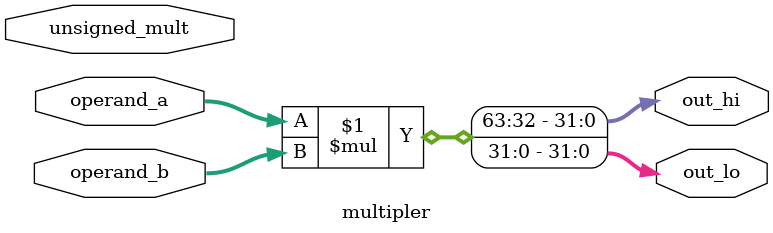
<source format=sv>
module multipler (
    // input clk,rst_n
    input [31:0] operand_a,operand_b,
    input logic unsigned_mult,
    output [31:0] out_hi,out_lo
);
    assign {out_hi,out_lo} = operand_a * operand_b;
endmodule
</source>
